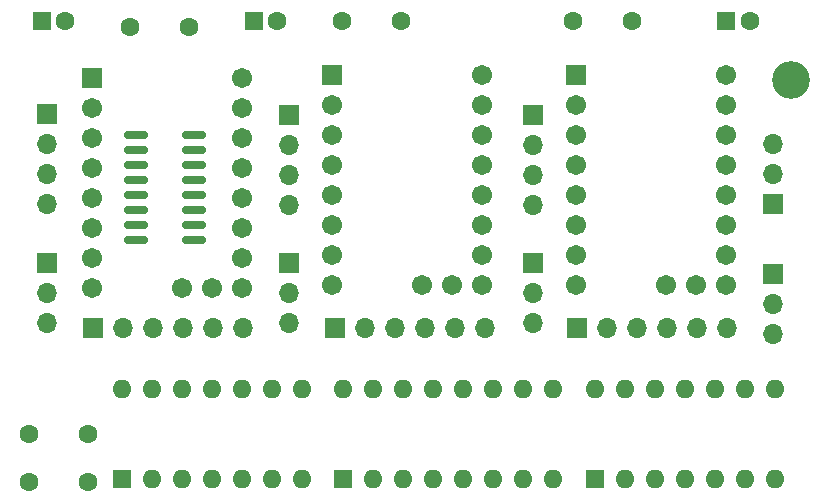
<source format=gts>
G04 #@! TF.GenerationSoftware,KiCad,Pcbnew,8.0.3-8.0.3-0~ubuntu24.04.1*
G04 #@! TF.CreationDate,2024-07-31T19:04:03+02:00*
G04 #@! TF.ProjectId,motor-driver-breakout,6d6f746f-722d-4647-9269-7665722d6272,rev?*
G04 #@! TF.SameCoordinates,Original*
G04 #@! TF.FileFunction,Soldermask,Top*
G04 #@! TF.FilePolarity,Negative*
%FSLAX46Y46*%
G04 Gerber Fmt 4.6, Leading zero omitted, Abs format (unit mm)*
G04 Created by KiCad (PCBNEW 8.0.3-8.0.3-0~ubuntu24.04.1) date 2024-07-31 19:04:03*
%MOMM*%
%LPD*%
G01*
G04 APERTURE LIST*
G04 Aperture macros list*
%AMRoundRect*
0 Rectangle with rounded corners*
0 $1 Rounding radius*
0 $2 $3 $4 $5 $6 $7 $8 $9 X,Y pos of 4 corners*
0 Add a 4 corners polygon primitive as box body*
4,1,4,$2,$3,$4,$5,$6,$7,$8,$9,$2,$3,0*
0 Add four circle primitives for the rounded corners*
1,1,$1+$1,$2,$3*
1,1,$1+$1,$4,$5*
1,1,$1+$1,$6,$7*
1,1,$1+$1,$8,$9*
0 Add four rect primitives between the rounded corners*
20,1,$1+$1,$2,$3,$4,$5,0*
20,1,$1+$1,$4,$5,$6,$7,0*
20,1,$1+$1,$6,$7,$8,$9,0*
20,1,$1+$1,$8,$9,$2,$3,0*%
G04 Aperture macros list end*
%ADD10C,1.600000*%
%ADD11R,1.600000X1.600000*%
%ADD12O,1.600000X1.600000*%
%ADD13C,3.200000*%
%ADD14C,1.712000*%
%ADD15RoundRect,0.102000X-0.754000X-0.754000X0.754000X-0.754000X0.754000X0.754000X-0.754000X0.754000X0*%
%ADD16RoundRect,0.150000X-0.825000X-0.150000X0.825000X-0.150000X0.825000X0.150000X-0.825000X0.150000X0*%
%ADD17R,1.700000X1.700000*%
%ADD18O,1.700000X1.700000*%
G04 APERTURE END LIST*
D10*
X160000000Y-68000000D03*
X155000000Y-68000000D03*
X160000000Y-72000000D03*
X155000000Y-72000000D03*
X163500000Y-33500000D03*
X168500000Y-33500000D03*
D11*
X156044888Y-33000000D03*
D10*
X158044888Y-33000000D03*
X201000000Y-33000000D03*
X206000000Y-33000000D03*
D11*
X174000000Y-33000000D03*
D10*
X176000000Y-33000000D03*
X181500000Y-33000000D03*
X186500000Y-33000000D03*
D11*
X214000000Y-33000000D03*
D10*
X216000000Y-33000000D03*
D11*
X202875000Y-71800000D03*
D12*
X205415000Y-71800000D03*
X207955000Y-71800000D03*
X210495000Y-71800000D03*
X213035000Y-71800000D03*
X215575000Y-71800000D03*
X218115000Y-71800000D03*
X218115000Y-64180000D03*
X215575000Y-64180000D03*
X213035000Y-64180000D03*
X210495000Y-64180000D03*
X207955000Y-64180000D03*
X205415000Y-64180000D03*
X202875000Y-64180000D03*
D13*
X219500000Y-38000000D03*
D14*
X214000000Y-37610000D03*
X214000000Y-40150000D03*
X214000000Y-42690000D03*
X214000000Y-45230000D03*
X214000000Y-47770000D03*
X214000000Y-50310000D03*
X214000000Y-52850000D03*
X214000000Y-55390000D03*
D15*
X201300000Y-37610000D03*
D14*
X201300000Y-40150000D03*
X201300000Y-42690000D03*
X201300000Y-45230000D03*
X201300000Y-47770000D03*
X201300000Y-50310000D03*
X201300000Y-52850000D03*
X201300000Y-55390000D03*
X211460000Y-55390000D03*
X208920000Y-55390000D03*
X193350000Y-37610000D03*
X193350000Y-40150000D03*
X193350000Y-42690000D03*
X193350000Y-45230000D03*
X193350000Y-47770000D03*
X193350000Y-50310000D03*
X193350000Y-52850000D03*
X193350000Y-55390000D03*
D15*
X180650000Y-37610000D03*
D14*
X180650000Y-40150000D03*
X180650000Y-42690000D03*
X180650000Y-45230000D03*
X180650000Y-47770000D03*
X180650000Y-50310000D03*
X180650000Y-52850000D03*
X180650000Y-55390000D03*
X190810000Y-55390000D03*
X188270000Y-55390000D03*
D12*
X162875000Y-64180000D03*
X165415000Y-64180000D03*
X167955000Y-64180000D03*
X170495000Y-64180000D03*
X173035000Y-64180000D03*
X175575000Y-64180000D03*
X178115000Y-64180000D03*
X178115000Y-71800000D03*
X175575000Y-71800000D03*
X173035000Y-71800000D03*
X170495000Y-71800000D03*
X167955000Y-71800000D03*
X165415000Y-71800000D03*
D11*
X162875000Y-71800000D03*
D14*
X173000000Y-37800000D03*
X173000000Y-40340000D03*
X173000000Y-42880000D03*
X173000000Y-45420000D03*
X173000000Y-47960000D03*
X173000000Y-50500000D03*
X173000000Y-53040000D03*
X173000000Y-55580000D03*
D15*
X160300000Y-37800000D03*
D14*
X160300000Y-40340000D03*
X160300000Y-42880000D03*
X160300000Y-45420000D03*
X160300000Y-47960000D03*
X160300000Y-50500000D03*
X160300000Y-53040000D03*
X160300000Y-55580000D03*
X170460000Y-55580000D03*
X167920000Y-55580000D03*
D11*
X181600000Y-71800000D03*
D12*
X184140000Y-71800000D03*
X186680000Y-71800000D03*
X189220000Y-71800000D03*
X191760000Y-71800000D03*
X194300000Y-71800000D03*
X196840000Y-71800000D03*
X199380000Y-71800000D03*
X199380000Y-64180000D03*
X196840000Y-64180000D03*
X194300000Y-64180000D03*
X191760000Y-64180000D03*
X189220000Y-64180000D03*
X186680000Y-64180000D03*
X184140000Y-64180000D03*
X181600000Y-64180000D03*
D16*
X164025000Y-42690000D03*
X164025000Y-43960000D03*
X164025000Y-45230000D03*
X164025000Y-46500000D03*
X164025000Y-47770000D03*
X164025000Y-49040000D03*
X164025000Y-50310000D03*
X164025000Y-51580000D03*
X168975000Y-51580000D03*
X168975000Y-50310000D03*
X168975000Y-49040000D03*
X168975000Y-47770000D03*
X168975000Y-46500000D03*
X168975000Y-45230000D03*
X168975000Y-43960000D03*
X168975000Y-42690000D03*
D17*
X218000000Y-54420000D03*
D18*
X218000000Y-56960000D03*
X218000000Y-59500000D03*
X197650000Y-48565000D03*
X197650000Y-46025000D03*
X197650000Y-43485000D03*
D17*
X197650000Y-40945000D03*
X177000000Y-40945000D03*
D18*
X177000000Y-43485000D03*
X177000000Y-46025000D03*
X177000000Y-48565000D03*
X197650000Y-58565000D03*
X197650000Y-56025000D03*
D17*
X197650000Y-53485000D03*
X180880000Y-59000000D03*
D18*
X183420000Y-59000000D03*
X185960000Y-59000000D03*
X188500000Y-59000000D03*
X191040000Y-59000000D03*
X193580000Y-59000000D03*
D17*
X201420000Y-59000000D03*
D18*
X203960000Y-59000000D03*
X206500000Y-59000000D03*
X209040000Y-59000000D03*
X211580000Y-59000000D03*
X214120000Y-59000000D03*
D17*
X218000000Y-48540000D03*
D18*
X218000000Y-46000000D03*
X218000000Y-43460000D03*
X177000000Y-58605000D03*
X177000000Y-56065000D03*
D17*
X177000000Y-53525000D03*
X156500000Y-53525000D03*
D18*
X156500000Y-56065000D03*
X156500000Y-58605000D03*
D17*
X156500000Y-40905000D03*
D18*
X156500000Y-43445000D03*
X156500000Y-45985000D03*
X156500000Y-48525000D03*
D17*
X160420000Y-59000000D03*
D18*
X162960000Y-59000000D03*
X165500000Y-59000000D03*
X168040000Y-59000000D03*
X170580000Y-59000000D03*
X173120000Y-59000000D03*
M02*

</source>
